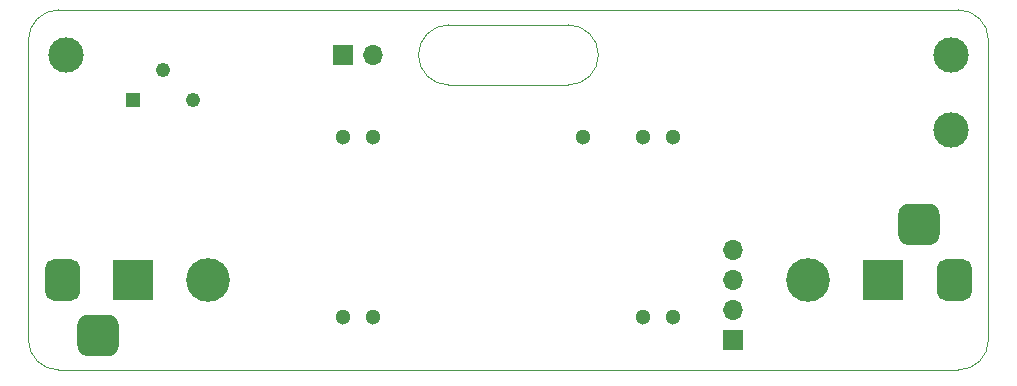
<source format=gbr>
From 40ab1463c3da0c844eedba5c5f52d5ef8af322c4 Mon Sep 17 00:00:00 2001
From: Philip Lampkin <plampkin@chem.wisc.edu>
Date: Sat, 24 Apr 2021 12:07:04 -0500
Subject: terminology update

---
 analog-driver-board/gerber/driver-B_Mask.gbr | 231 +++++++++++++++++++++++++++
 1 file changed, 231 insertions(+)
 create mode 100644 analog-driver-board/gerber/driver-B_Mask.gbr

(limited to 'analog-driver-board/gerber/driver-B_Mask.gbr')

diff --git a/analog-driver-board/gerber/driver-B_Mask.gbr b/analog-driver-board/gerber/driver-B_Mask.gbr
new file mode 100644
index 0000000..2ecbcf2
--- /dev/null
+++ b/analog-driver-board/gerber/driver-B_Mask.gbr
@@ -0,0 +1,231 @@
+%TF.GenerationSoftware,KiCad,Pcbnew,5.1.8+dfsg1-1+b1*%
+%TF.CreationDate,2021-03-05T10:02:30-06:00*%
+%TF.ProjectId,driver,64726976-6572-42e6-9b69-6361645f7063,B*%
+%TF.SameCoordinates,Original*%
+%TF.FileFunction,Soldermask,Bot*%
+%TF.FilePolarity,Negative*%
+%FSLAX46Y46*%
+G04 Gerber Fmt 4.6, Leading zero omitted, Abs format (unit mm)*
+G04 Created by KiCad (PCBNEW 5.1.8+dfsg1-1+b1) date 2021-03-05 10:02:30*
+%MOMM*%
+%LPD*%
+G01*
+G04 APERTURE LIST*
+%TA.AperFunction,Profile*%
+%ADD10C,0.100000*%
+%TD*%
+%ADD11C,3.000000*%
+%ADD12R,1.222000X1.222000*%
+%ADD13C,1.222000*%
+%ADD14C,3.700000*%
+%ADD15C,1.300000*%
+%ADD16R,3.500000X3.500000*%
+%ADD17O,1.700000X1.700000*%
+%ADD18R,1.700000X1.700000*%
+G04 APERTURE END LIST*
+D10*
+X121920000Y-85090000D02*
+G75*
+G02*
+X119380000Y-82550000I0J2540000D01*
+G01*
+X165100000Y-78740000D02*
+X88900000Y-78740000D01*
+X119380000Y-82550000D02*
+G75*
+G02*
+X121920000Y-80010000I2540000J0D01*
+G01*
+X132080000Y-80010000D02*
+G75*
+G02*
+X134620000Y-82550000I0J-2540000D01*
+G01*
+X134620000Y-82550000D02*
+G75*
+G02*
+X132080000Y-85090000I-2540000J0D01*
+G01*
+X132080000Y-80010000D02*
+X121920000Y-80010000D01*
+X132080000Y-85090000D02*
+X121920000Y-85090000D01*
+X165100000Y-109220000D02*
+X88900000Y-109220000D01*
+X86360000Y-81280000D02*
+X86360000Y-106680000D01*
+X167640000Y-106680000D02*
+X167640000Y-81280000D01*
+X86360000Y-81280000D02*
+G75*
+G02*
+X88900000Y-78740000I2540000J0D01*
+G01*
+X88900000Y-109220000D02*
+G75*
+G02*
+X86360000Y-106680000I0J2540000D01*
+G01*
+X167640000Y-106680000D02*
+G75*
+G02*
+X165100000Y-109220000I-2540000J0D01*
+G01*
+X165100000Y-78740000D02*
+G75*
+G02*
+X167640000Y-81280000I0J-2540000D01*
+G01*
+D11*
+%TO.C,TP3*%
+X164465000Y-82550000D03*
+%TD*%
+%TO.C,TP2*%
+X164465000Y-88900000D03*
+%TD*%
+%TO.C,TP1*%
+X89535000Y-82550000D03*
+%TD*%
+D12*
+%TO.C,RV1*%
+X95250000Y-86360000D03*
+D13*
+X97790000Y-83820000D03*
+X100330000Y-86360000D03*
+%TD*%
+D14*
+%TO.C,REF\u002A\u002A*%
+X152400000Y-101600000D03*
+%TD*%
+%TO.C,REF\u002A\u002A*%
+X101600000Y-101600000D03*
+%TD*%
+D15*
+%TO.C,U2*%
+X140970000Y-89535000D03*
+X138430000Y-89535000D03*
+X133350000Y-89535000D03*
+X115570000Y-89535000D03*
+X113030000Y-89535000D03*
+X113030000Y-104775000D03*
+X115570000Y-104775000D03*
+X138430000Y-104775000D03*
+X140970000Y-104775000D03*
+%TD*%
+D16*
+%TO.C,J4*%
+X95250000Y-101600000D03*
+G36*
+G01*
+X87750000Y-102600000D02*
+X87750000Y-100600000D01*
+G75*
+G02*
+X88500000Y-99850000I750000J0D01*
+G01*
+X90000000Y-99850000D01*
+G75*
+G02*
+X90750000Y-100600000I0J-750000D01*
+G01*
+X90750000Y-102600000D01*
+G75*
+G02*
+X90000000Y-103350000I-750000J0D01*
+G01*
+X88500000Y-103350000D01*
+G75*
+G02*
+X87750000Y-102600000I0J750000D01*
+G01*
+G37*
+G36*
+G01*
+X90500000Y-107175000D02*
+X90500000Y-105425000D01*
+G75*
+G02*
+X91375000Y-104550000I875000J0D01*
+G01*
+X93125000Y-104550000D01*
+G75*
+G02*
+X94000000Y-105425000I0J-875000D01*
+G01*
+X94000000Y-107175000D01*
+G75*
+G02*
+X93125000Y-108050000I-875000J0D01*
+G01*
+X91375000Y-108050000D01*
+G75*
+G02*
+X90500000Y-107175000I0J875000D01*
+G01*
+G37*
+%TD*%
+%TO.C,J3*%
+G36*
+G01*
+X163500000Y-96025000D02*
+X163500000Y-97775000D01*
+G75*
+G02*
+X162625000Y-98650000I-875000J0D01*
+G01*
+X160875000Y-98650000D01*
+G75*
+G02*
+X160000000Y-97775000I0J875000D01*
+G01*
+X160000000Y-96025000D01*
+G75*
+G02*
+X160875000Y-95150000I875000J0D01*
+G01*
+X162625000Y-95150000D01*
+G75*
+G02*
+X163500000Y-96025000I0J-875000D01*
+G01*
+G37*
+G36*
+G01*
+X166250000Y-100600000D02*
+X166250000Y-102600000D01*
+G75*
+G02*
+X165500000Y-103350000I-750000J0D01*
+G01*
+X164000000Y-103350000D01*
+G75*
+G02*
+X163250000Y-102600000I0J750000D01*
+G01*
+X163250000Y-100600000D01*
+G75*
+G02*
+X164000000Y-99850000I750000J0D01*
+G01*
+X165500000Y-99850000D01*
+G75*
+G02*
+X166250000Y-100600000I0J-750000D01*
+G01*
+G37*
+X158750000Y-101600000D03*
+%TD*%
+D17*
+%TO.C,J5*%
+X146050000Y-99060000D03*
+X146050000Y-101600000D03*
+X146050000Y-104140000D03*
+D18*
+X146050000Y-106680000D03*
+%TD*%
+%TO.C,J7*%
+X113030000Y-82550000D03*
+D17*
+X115570000Y-82550000D03*
+%TD*%
+M02*
-- 
cgit v1.2.3


</source>
